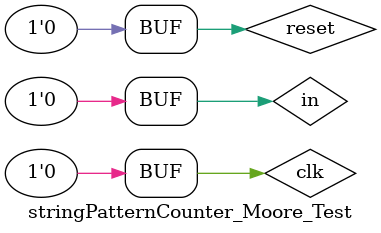
<source format=v>
`timescale 1ns / 1ps


module stringPatternCounter_Moore_Test;

	// Inputs
	reg clk;
	reg in;
	reg reset;

	// Outputs
	wire [3:0] out;

	// Instantiate the Unit Under Test (UUT)
	stringPatternCounter_Moore uut (
		.clk(clk), 
		.in(in), 
		.reset(reset), 
		.out(out)
	);

	initial begin
		// Initialize Inputs

		clk = 0;		
		in = 0;		
		reset = 0;

		// Wait 100 ns for global reset to finish

		#5 in = 0;		
		#20 in = 1;
		#20 in = 0;		
		#20 in = 1;
		#20 in = 1;		
		#20 in = 1;
		#20 in = 0;		
		#20 in = 1;
		#20 in = 0;		
		#20 in = 0;
		#20 in = 1;		
		#20 in = 0;
		#20 reset = 1;	
		#20 reset = 0;
		#20 in = 0;		
		#20 in = 1;
		#20 in = 0;
	end

	always
	begin
		#10 clk = 1;
		#10 clk = 0;
	end
      
endmodule




</source>
